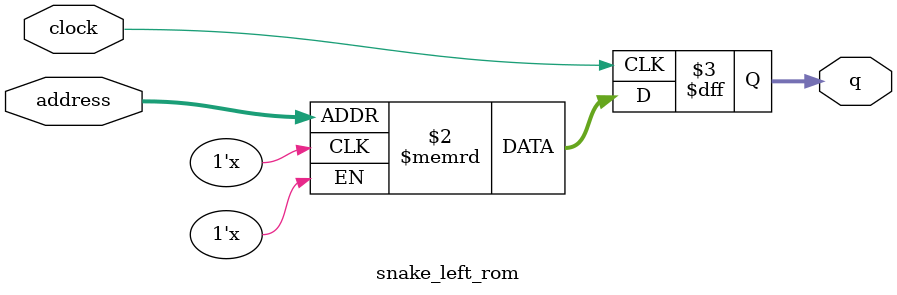
<source format=sv>
module snake_left_rom (
	input logic clock,
	input logic [9:0] address,
	output logic [3:0] q
);

logic [3:0] memory [0:944] /* synthesis ram_init_file = "./snake_left.mif" */;

always_ff @ (posedge clock) begin
	q <= memory[address];
end

endmodule

</source>
